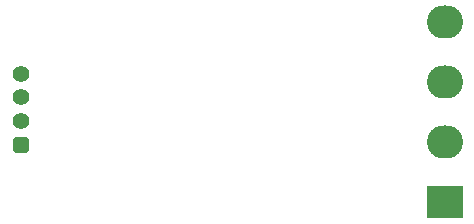
<source format=gbr>
G04*
G04 #@! TF.GenerationSoftware,Altium Limited,Altium Designer,23.0.1 (38)*
G04*
G04 Layer_Color=255*
%FSLAX25Y25*%
%MOIN*%
G70*
G04*
G04 #@! TF.SameCoordinates,C317ACD7-2F99-4A28-9CC3-B5CC64B43C24*
G04*
G04*
G04 #@! TF.FilePolarity,Positive*
G04*
G01*
G75*
%ADD41O,0.12000X0.11000*%
%ADD42R,0.12000X0.11000*%
%ADD43C,0.05512*%
G04:AMPARAMS|DCode=44|XSize=55.12mil|YSize=55.12mil|CornerRadius=13.78mil|HoleSize=0mil|Usage=FLASHONLY|Rotation=90.000|XOffset=0mil|YOffset=0mil|HoleType=Round|Shape=RoundedRectangle|*
%AMROUNDEDRECTD44*
21,1,0.05512,0.02756,0,0,90.0*
21,1,0.02756,0.05512,0,0,90.0*
1,1,0.02756,0.01378,0.01378*
1,1,0.02756,0.01378,-0.01378*
1,1,0.02756,-0.01378,-0.01378*
1,1,0.02756,-0.01378,0.01378*
%
%ADD44ROUNDEDRECTD44*%
D41*
X454506Y401494D02*
D03*
X454500Y421500D02*
D03*
X454467Y441533D02*
D03*
D42*
X454506Y381494D02*
D03*
D43*
X313000Y424311D02*
D03*
Y416437D02*
D03*
Y408563D02*
D03*
D44*
Y400689D02*
D03*
M02*

</source>
